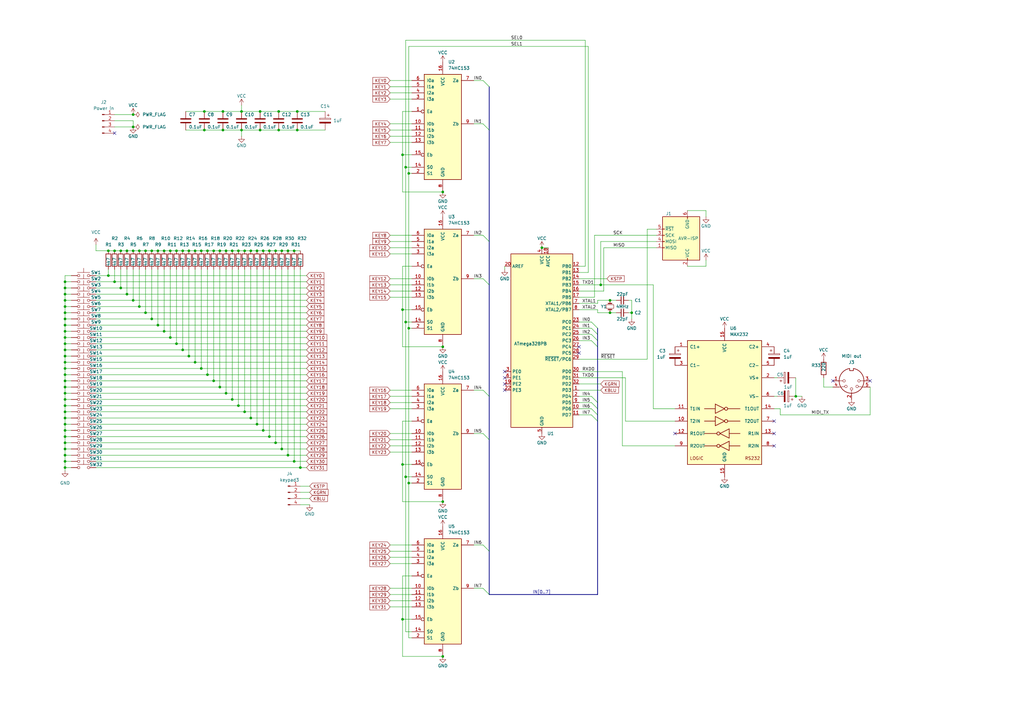
<source format=kicad_sch>
(kicad_sch (version 20230121) (generator eeschema)
  (paper "A3")
  (junction (at 52.07 102.87))
  (junction (at 95.25 102.87))
  (junction (at 115.57 184.15))
  (junction (at 26.67 140.97))
  (junction (at 115.57 102.87))
  (junction (at 90.17 102.87))
  (junction (at 99.06 53.34))
  (junction (at 82.55 151.13))
  (junction (at 26.67 123.19))
  (junction (at 26.67 151.13))
  (junction (at 110.49 179.07))
  (junction (at 165.1 190.5))
  (junction (at 165.1 254))
  (junction (at 26.67 156.21))
  (junction (at 46.99 115.57))
  (junction (at 110.49 102.87))
  (junction (at 54.61 123.19))
  (junction (at 107.95 176.53))
  (junction (at 90.17 158.75))
  (junction (at 121.92 53.34))
  (junction (at 250.19 128.27))
  (junction (at 64.77 133.35))
  (junction (at 167.64 134.62))
  (junction (at 80.01 148.59))
  (junction (at 69.85 102.87))
  (junction (at 121.92 45.72))
  (junction (at 85.09 153.67))
  (junction (at 26.67 171.45))
  (junction (at 26.67 163.83))
  (junction (at 44.45 113.03))
  (junction (at 77.47 102.87))
  (junction (at 59.69 102.87))
  (junction (at 74.93 143.51))
  (junction (at 26.67 146.05))
  (junction (at 120.65 189.23))
  (junction (at 167.64 71.12))
  (junction (at 72.39 102.87))
  (junction (at 123.19 191.77))
  (junction (at 85.09 102.87))
  (junction (at 26.67 191.77))
  (junction (at 26.67 148.59))
  (junction (at 95.25 163.83))
  (junction (at 26.67 181.61))
  (junction (at 246.38 116.84))
  (junction (at 26.67 189.23))
  (junction (at 26.67 128.27))
  (junction (at 87.63 102.87))
  (junction (at 250.19 123.19))
  (junction (at 72.39 140.97))
  (junction (at 222.25 101.6))
  (junction (at 105.41 102.87))
  (junction (at 166.37 68.58))
  (junction (at 102.87 102.87))
  (junction (at 77.47 146.05))
  (junction (at 62.23 102.87))
  (junction (at 82.55 102.87))
  (junction (at 44.45 102.87))
  (junction (at 69.85 138.43))
  (junction (at 181.61 78.74))
  (junction (at 259.08 128.27))
  (junction (at 62.23 130.81))
  (junction (at 26.67 133.35))
  (junction (at 26.67 179.07))
  (junction (at 26.67 130.81))
  (junction (at 54.61 46.99))
  (junction (at 80.01 102.87))
  (junction (at 181.61 205.74))
  (junction (at 113.03 102.87))
  (junction (at 26.67 176.53))
  (junction (at 118.11 186.69))
  (junction (at 114.3 53.34))
  (junction (at 57.15 102.87))
  (junction (at 105.41 173.99))
  (junction (at 92.71 102.87))
  (junction (at 26.67 158.75))
  (junction (at 166.37 195.58))
  (junction (at 87.63 156.21))
  (junction (at 166.37 132.08))
  (junction (at 54.61 52.07))
  (junction (at 64.77 102.87))
  (junction (at 120.65 102.87))
  (junction (at 26.67 184.15))
  (junction (at 102.87 171.45))
  (junction (at 167.64 198.12))
  (junction (at 26.67 186.69))
  (junction (at 91.44 45.72))
  (junction (at 26.67 135.89))
  (junction (at 100.33 102.87))
  (junction (at 49.53 118.11))
  (junction (at 26.67 115.57))
  (junction (at 97.79 166.37))
  (junction (at 326.39 162.56))
  (junction (at 46.99 102.87))
  (junction (at 52.07 120.65))
  (junction (at 114.3 45.72))
  (junction (at 83.82 45.72))
  (junction (at 49.53 102.87))
  (junction (at 26.67 120.65))
  (junction (at 181.61 269.24))
  (junction (at 113.03 181.61))
  (junction (at 83.82 53.34))
  (junction (at 26.67 161.29))
  (junction (at 181.61 142.24))
  (junction (at 99.06 45.72))
  (junction (at 92.71 161.29))
  (junction (at 67.31 135.89))
  (junction (at 165.1 63.5))
  (junction (at 57.15 125.73))
  (junction (at 59.69 128.27))
  (junction (at 26.67 173.99))
  (junction (at 26.67 118.11))
  (junction (at 26.67 166.37))
  (junction (at 26.67 143.51))
  (junction (at 67.31 102.87))
  (junction (at 74.93 102.87))
  (junction (at 165.1 127))
  (junction (at 54.61 102.87))
  (junction (at 26.67 153.67))
  (junction (at 106.68 53.34))
  (junction (at 26.67 168.91))
  (junction (at 26.67 125.73))
  (junction (at 100.33 168.91))
  (junction (at 97.79 102.87))
  (junction (at 26.67 138.43))
  (junction (at 107.95 102.87))
  (junction (at 118.11 102.87))
  (junction (at 106.68 45.72))
  (junction (at 91.44 53.34))
  (no_connect (at 207.01 160.02))
  (no_connect (at 46.99 54.61))
  (no_connect (at 317.5 182.88))
  (no_connect (at 207.01 157.48))
  (no_connect (at 276.86 177.8))
  (no_connect (at 341.63 156.21))
  (no_connect (at 207.01 154.94))
  (no_connect (at 207.01 152.4))
  (no_connect (at 237.49 142.24))
  (no_connect (at 356.87 156.21))
  (no_connect (at 237.49 144.78))
  (no_connect (at 317.5 172.72))
  (no_connect (at 317.5 177.8))
  (bus_entry (at 242.57 139.7) (size 2.54 2.54))
  (bus_entry (at 198.12 177.8) (size 2.54 2.54))
  (bus_entry (at 198.12 223.52) (size 2.54 2.54))
  (bus_entry (at 242.57 170.18) (size 2.54 2.54))
  (bus_entry (at 198.12 33.02) (size 2.54 2.54))
  (bus_entry (at 242.57 134.62) (size 2.54 2.54))
  (bus_entry (at 242.57 162.56) (size 2.54 2.54))
  (bus_entry (at 198.12 160.02) (size 2.54 2.54))
  (bus_entry (at 242.57 165.1) (size 2.54 2.54))
  (bus_entry (at 242.57 137.16) (size 2.54 2.54))
  (bus_entry (at 242.57 132.08) (size 2.54 2.54))
  (bus_entry (at 198.12 241.3) (size 2.54 2.54))
  (bus_entry (at 198.12 114.3) (size 2.54 2.54))
  (bus_entry (at 242.57 167.64) (size 2.54 2.54))
  (bus_entry (at 198.12 96.52) (size 2.54 2.54))
  (bus_entry (at 198.12 50.8) (size 2.54 2.54))
  (wire (pts (xy 76.2 53.34) (xy 83.82 53.34)))
  (wire (pts (xy 160.02 119.38) (xy 168.91 119.38)))
  (wire (pts (xy 160.02 167.64) (xy 168.91 167.64)))
  (wire (pts (xy 160.02 228.6) (xy 168.91 228.6)))
  (wire (pts (xy 160.02 50.8) (xy 168.91 50.8)))
  (wire (pts (xy 95.25 163.83) (xy 125.73 163.83)))
  (wire (pts (xy 160.02 55.88) (xy 168.91 55.88)))
  (wire (pts (xy 46.99 46.99) (xy 54.61 46.99)))
  (wire (pts (xy 95.25 102.87) (xy 92.71 102.87)))
  (wire (pts (xy 26.67 179.07) (xy 29.21 179.07)))
  (wire (pts (xy 26.67 138.43) (xy 26.67 140.97)))
  (wire (pts (xy 26.67 171.45) (xy 26.67 173.99)))
  (wire (pts (xy 26.67 163.83) (xy 26.67 166.37)))
  (wire (pts (xy 246.38 116.84) (xy 267.97 116.84)))
  (wire (pts (xy 26.67 138.43) (xy 29.21 138.43)))
  (wire (pts (xy 26.67 146.05) (xy 26.67 148.59)))
  (wire (pts (xy 26.67 115.57) (xy 29.21 115.57)))
  (wire (pts (xy 26.67 168.91) (xy 26.67 171.45)))
  (wire (pts (xy 160.02 226.06) (xy 168.91 226.06)))
  (wire (pts (xy 222.25 101.6) (xy 224.79 101.6)))
  (wire (pts (xy 237.49 132.08) (xy 242.57 132.08)))
  (wire (pts (xy 120.65 102.87) (xy 118.11 102.87)))
  (wire (pts (xy 26.67 184.15) (xy 29.21 184.15)))
  (wire (pts (xy 105.41 173.99) (xy 125.73 173.99)))
  (wire (pts (xy 160.02 248.92) (xy 168.91 248.92)))
  (wire (pts (xy 120.65 189.23) (xy 125.73 189.23)))
  (wire (pts (xy 237.49 116.84) (xy 246.38 116.84)))
  (wire (pts (xy 26.67 166.37) (xy 26.67 168.91)))
  (wire (pts (xy 160.02 185.42) (xy 168.91 185.42)))
  (wire (pts (xy 90.17 110.49) (xy 90.17 158.75)))
  (wire (pts (xy 166.37 132.08) (xy 166.37 195.58)))
  (wire (pts (xy 160.02 160.02) (xy 168.91 160.02)))
  (wire (pts (xy 255.27 152.4) (xy 255.27 182.88)))
  (wire (pts (xy 26.67 191.77) (xy 26.67 193.04)))
  (wire (pts (xy 165.1 269.24) (xy 165.1 254)))
  (wire (pts (xy 100.33 110.49) (xy 100.33 168.91)))
  (wire (pts (xy 160.02 40.64) (xy 168.91 40.64)))
  (wire (pts (xy 259.08 123.19) (xy 259.08 128.27)))
  (wire (pts (xy 160.02 58.42) (xy 168.91 58.42)))
  (wire (pts (xy 26.67 173.99) (xy 29.21 173.99)))
  (wire (pts (xy 92.71 110.49) (xy 92.71 161.29)))
  (wire (pts (xy 194.31 160.02) (xy 198.12 160.02)))
  (wire (pts (xy 64.77 133.35) (xy 125.73 133.35)))
  (wire (pts (xy 100.33 168.91) (xy 125.73 168.91)))
  (wire (pts (xy 77.47 110.49) (xy 77.47 146.05)))
  (wire (pts (xy 95.25 110.49) (xy 95.25 163.83)))
  (wire (pts (xy 97.79 166.37) (xy 125.73 166.37)))
  (wire (pts (xy 247.65 101.6) (xy 269.24 101.6)))
  (wire (pts (xy 39.37 176.53) (xy 107.95 176.53)))
  (wire (pts (xy 39.37 179.07) (xy 110.49 179.07)))
  (wire (pts (xy 49.53 118.11) (xy 125.73 118.11)))
  (wire (pts (xy 102.87 171.45) (xy 125.73 171.45)))
  (wire (pts (xy 26.67 120.65) (xy 26.67 123.19)))
  (wire (pts (xy 247.65 119.38) (xy 247.65 101.6)))
  (wire (pts (xy 194.31 223.52) (xy 198.12 223.52)))
  (wire (pts (xy 26.67 148.59) (xy 29.21 148.59)))
  (wire (pts (xy 160.02 241.3) (xy 168.91 241.3)))
  (wire (pts (xy 181.61 269.24) (xy 165.1 269.24)))
  (wire (pts (xy 267.97 167.64) (xy 276.86 167.64)))
  (wire (pts (xy 44.45 102.87) (xy 39.37 102.87)))
  (wire (pts (xy 54.61 49.53) (xy 54.61 52.07)))
  (wire (pts (xy 26.67 133.35) (xy 29.21 133.35)))
  (wire (pts (xy 46.99 102.87) (xy 44.45 102.87)))
  (wire (pts (xy 39.37 100.33) (xy 39.37 102.87)))
  (wire (pts (xy 83.82 45.72) (xy 91.44 45.72)))
  (wire (pts (xy 83.82 53.34) (xy 91.44 53.34)))
  (wire (pts (xy 77.47 102.87) (xy 74.93 102.87)))
  (wire (pts (xy 167.64 134.62) (xy 167.64 71.12)))
  (wire (pts (xy 26.67 161.29) (xy 26.67 163.83)))
  (wire (pts (xy 59.69 110.49) (xy 59.69 128.27)))
  (wire (pts (xy 39.37 123.19) (xy 54.61 123.19)))
  (wire (pts (xy 257.81 128.27) (xy 259.08 128.27)))
  (wire (pts (xy 326.39 162.56) (xy 328.93 162.56)))
  (wire (pts (xy 106.68 45.72) (xy 114.3 45.72)))
  (wire (pts (xy 237.49 170.18) (xy 242.57 170.18)))
  (wire (pts (xy 240.03 16.51) (xy 166.37 16.51)))
  (wire (pts (xy 46.99 115.57) (xy 125.73 115.57)))
  (wire (pts (xy 107.95 176.53) (xy 125.73 176.53)))
  (wire (pts (xy 99.06 43.18) (xy 99.06 45.72)))
  (wire (pts (xy 26.67 148.59) (xy 26.67 151.13)))
  (wire (pts (xy 165.1 45.72) (xy 168.91 45.72)))
  (wire (pts (xy 46.99 49.53) (xy 54.61 49.53)))
  (wire (pts (xy 49.53 102.87) (xy 46.99 102.87)))
  (wire (pts (xy 265.43 93.98) (xy 269.24 93.98)))
  (bus (pts (xy 200.66 53.34) (xy 200.66 99.06)))
  (wire (pts (xy 26.67 176.53) (xy 26.67 179.07)))
  (wire (pts (xy 317.5 167.64) (xy 320.04 167.64)))
  (wire (pts (xy 118.11 186.69) (xy 125.73 186.69)))
  (wire (pts (xy 337.82 158.75) (xy 341.63 158.75)))
  (wire (pts (xy 167.64 71.12) (xy 168.91 71.12)))
  (wire (pts (xy 160.02 182.88) (xy 168.91 182.88)))
  (wire (pts (xy 26.67 128.27) (xy 26.67 130.81)))
  (wire (pts (xy 105.41 110.49) (xy 105.41 173.99)))
  (wire (pts (xy 237.49 147.32) (xy 265.43 147.32)))
  (wire (pts (xy 289.56 86.36) (xy 281.94 86.36)))
  (wire (pts (xy 165.1 142.24) (xy 165.1 127)))
  (wire (pts (xy 256.54 172.72) (xy 276.86 172.72)))
  (wire (pts (xy 160.02 33.02) (xy 168.91 33.02)))
  (wire (pts (xy 91.44 53.34) (xy 99.06 53.34)))
  (wire (pts (xy 26.67 130.81) (xy 26.67 133.35)))
  (wire (pts (xy 44.45 113.03) (xy 125.73 113.03)))
  (wire (pts (xy 26.67 151.13) (xy 29.21 151.13)))
  (wire (pts (xy 52.07 102.87) (xy 49.53 102.87)))
  (wire (pts (xy 102.87 110.49) (xy 102.87 171.45)))
  (wire (pts (xy 76.2 45.72) (xy 83.82 45.72)))
  (wire (pts (xy 72.39 140.97) (xy 125.73 140.97)))
  (wire (pts (xy 113.03 102.87) (xy 110.49 102.87)))
  (wire (pts (xy 243.84 121.92) (xy 243.84 96.52)))
  (wire (pts (xy 237.49 127) (xy 245.11 127)))
  (wire (pts (xy 26.67 151.13) (xy 26.67 153.67)))
  (wire (pts (xy 85.09 102.87) (xy 82.55 102.87)))
  (wire (pts (xy 92.71 161.29) (xy 125.73 161.29)))
  (wire (pts (xy 127 207.01) (xy 123.19 207.01)))
  (wire (pts (xy 39.37 140.97) (xy 72.39 140.97)))
  (wire (pts (xy 74.93 143.51) (xy 125.73 143.51)))
  (wire (pts (xy 57.15 110.49) (xy 57.15 125.73)))
  (wire (pts (xy 26.67 166.37) (xy 29.21 166.37)))
  (wire (pts (xy 26.67 118.11) (xy 29.21 118.11)))
  (wire (pts (xy 26.67 125.73) (xy 29.21 125.73)))
  (wire (pts (xy 194.31 114.3) (xy 198.12 114.3)))
  (wire (pts (xy 237.49 121.92) (xy 243.84 121.92)))
  (wire (pts (xy 39.37 125.73) (xy 57.15 125.73)))
  (wire (pts (xy 39.37 186.69) (xy 118.11 186.69)))
  (wire (pts (xy 62.23 130.81) (xy 125.73 130.81)))
  (wire (pts (xy 160.02 101.6) (xy 168.91 101.6)))
  (wire (pts (xy 123.19 110.49) (xy 123.19 191.77)))
  (wire (pts (xy 166.37 195.58) (xy 166.37 259.08)))
  (wire (pts (xy 85.09 153.67) (xy 125.73 153.67)))
  (wire (pts (xy 181.61 142.24) (xy 165.1 142.24)))
  (wire (pts (xy 160.02 231.14) (xy 168.91 231.14)))
  (wire (pts (xy 181.61 78.74) (xy 165.1 78.74)))
  (wire (pts (xy 26.67 113.03) (xy 26.67 115.57)))
  (wire (pts (xy 165.1 78.74) (xy 165.1 63.5)))
  (wire (pts (xy 118.11 102.87) (xy 115.57 102.87)))
  (wire (pts (xy 194.31 50.8) (xy 198.12 50.8)))
  (wire (pts (xy 64.77 110.49) (xy 64.77 133.35)))
  (wire (pts (xy 52.07 120.65) (xy 125.73 120.65)))
  (wire (pts (xy 113.03 110.49) (xy 113.03 181.61)))
  (wire (pts (xy 123.19 102.87) (xy 120.65 102.87)))
  (bus (pts (xy 200.66 99.06) (xy 200.66 116.84)))
  (wire (pts (xy 26.67 179.07) (xy 26.67 181.61)))
  (wire (pts (xy 26.67 123.19) (xy 29.21 123.19)))
  (wire (pts (xy 160.02 96.52) (xy 168.91 96.52)))
  (wire (pts (xy 26.67 189.23) (xy 26.67 191.77)))
  (bus (pts (xy 200.66 180.34) (xy 200.66 226.06)))
  (wire (pts (xy 26.67 128.27) (xy 29.21 128.27)))
  (wire (pts (xy 250.19 128.27) (xy 252.73 128.27)))
  (wire (pts (xy 246.38 157.48) (xy 237.49 157.48)))
  (wire (pts (xy 165.1 127) (xy 165.1 109.22)))
  (wire (pts (xy 26.67 191.77) (xy 29.21 191.77)))
  (bus (pts (xy 200.66 226.06) (xy 200.66 243.84)))
  (wire (pts (xy 114.3 45.72) (xy 121.92 45.72)))
  (wire (pts (xy 105.41 102.87) (xy 102.87 102.87)))
  (wire (pts (xy 26.67 146.05) (xy 29.21 146.05)))
  (wire (pts (xy 110.49 179.07) (xy 125.73 179.07)))
  (wire (pts (xy 39.37 184.15) (xy 115.57 184.15)))
  (wire (pts (xy 26.67 184.15) (xy 26.67 186.69)))
  (wire (pts (xy 39.37 113.03) (xy 44.45 113.03)))
  (wire (pts (xy 160.02 223.52) (xy 168.91 223.52)))
  (wire (pts (xy 267.97 116.84) (xy 267.97 167.64)))
  (wire (pts (xy 90.17 102.87) (xy 87.63 102.87)))
  (wire (pts (xy 49.53 110.49) (xy 49.53 118.11)))
  (wire (pts (xy 166.37 195.58) (xy 168.91 195.58)))
  (wire (pts (xy 39.37 158.75) (xy 90.17 158.75)))
  (wire (pts (xy 320.04 170.18) (xy 356.87 170.18)))
  (wire (pts (xy 123.19 201.93) (xy 127 201.93)))
  (wire (pts (xy 165.1 205.74) (xy 165.1 190.5)))
  (wire (pts (xy 245.11 128.27) (xy 250.19 128.27)))
  (wire (pts (xy 26.67 143.51) (xy 26.67 146.05)))
  (wire (pts (xy 265.43 147.32) (xy 265.43 93.98)))
  (wire (pts (xy 123.19 191.77) (xy 125.73 191.77)))
  (wire (pts (xy 289.56 106.68) (xy 289.56 109.22)))
  (wire (pts (xy 246.38 99.06) (xy 269.24 99.06)))
  (wire (pts (xy 237.49 165.1) (xy 242.57 165.1)))
  (wire (pts (xy 240.03 109.22) (xy 240.03 16.51)))
  (wire (pts (xy 121.92 45.72) (xy 133.35 45.72)))
  (wire (pts (xy 26.67 156.21) (xy 29.21 156.21)))
  (wire (pts (xy 26.67 120.65) (xy 29.21 120.65)))
  (wire (pts (xy 160.02 180.34) (xy 168.91 180.34)))
  (wire (pts (xy 64.77 102.87) (xy 62.23 102.87)))
  (wire (pts (xy 99.06 45.72) (xy 106.68 45.72)))
  (wire (pts (xy 62.23 110.49) (xy 62.23 130.81)))
  (wire (pts (xy 91.44 45.72) (xy 99.06 45.72)))
  (wire (pts (xy 39.37 168.91) (xy 100.33 168.91)))
  (wire (pts (xy 107.95 110.49) (xy 107.95 176.53)))
  (bus (pts (xy 245.11 167.64) (xy 245.11 170.18)))
  (wire (pts (xy 160.02 243.84) (xy 168.91 243.84)))
  (wire (pts (xy 39.37 161.29) (xy 92.71 161.29)))
  (wire (pts (xy 120.65 110.49) (xy 120.65 189.23)))
  (wire (pts (xy 123.19 204.47) (xy 127 204.47)))
  (wire (pts (xy 160.02 38.1) (xy 168.91 38.1)))
  (wire (pts (xy 46.99 110.49) (xy 46.99 115.57)))
  (wire (pts (xy 26.67 173.99) (xy 26.67 176.53)))
  (wire (pts (xy 237.49 154.94) (xy 256.54 154.94)))
  (wire (pts (xy 165.1 254) (xy 165.1 236.22)))
  (wire (pts (xy 168.91 261.62) (xy 167.64 261.62)))
  (wire (pts (xy 160.02 114.3) (xy 168.91 114.3)))
  (wire (pts (xy 69.85 110.49) (xy 69.85 138.43)))
  (wire (pts (xy 26.67 186.69) (xy 29.21 186.69)))
  (bus (pts (xy 200.66 116.84) (xy 200.66 162.56)))
  (wire (pts (xy 54.61 110.49) (xy 54.61 123.19)))
  (wire (pts (xy 245.11 124.46) (xy 245.11 123.19)))
  (wire (pts (xy 39.37 171.45) (xy 102.87 171.45)))
  (wire (pts (xy 237.49 139.7) (xy 242.57 139.7)))
  (wire (pts (xy 67.31 135.89) (xy 125.73 135.89)))
  (wire (pts (xy 166.37 16.51) (xy 166.37 68.58)))
  (wire (pts (xy 39.37 143.51) (xy 74.93 143.51)))
  (wire (pts (xy 167.64 261.62) (xy 167.64 198.12)))
  (wire (pts (xy 26.67 181.61) (xy 29.21 181.61)))
  (wire (pts (xy 194.31 33.02) (xy 198.12 33.02)))
  (wire (pts (xy 100.33 102.87) (xy 97.79 102.87)))
  (wire (pts (xy 39.37 133.35) (xy 64.77 133.35)))
  (wire (pts (xy 160.02 162.56) (xy 168.91 162.56)))
  (wire (pts (xy 110.49 102.87) (xy 107.95 102.87)))
  (wire (pts (xy 326.39 154.94) (xy 326.39 162.56)))
  (wire (pts (xy 39.37 138.43) (xy 69.85 138.43)))
  (wire (pts (xy 194.31 96.52) (xy 198.12 96.52)))
  (wire (pts (xy 85.09 110.49) (xy 85.09 153.67)))
  (wire (pts (xy 167.64 19.05) (xy 167.64 71.12)))
  (wire (pts (xy 289.56 88.9) (xy 289.56 86.36)))
  (wire (pts (xy 166.37 68.58) (xy 166.37 132.08)))
  (wire (pts (xy 26.67 163.83) (xy 29.21 163.83)))
  (wire (pts (xy 26.67 133.35) (xy 26.67 135.89)))
  (bus (pts (xy 245.11 137.16) (xy 245.11 139.7)))
  (wire (pts (xy 57.15 125.73) (xy 125.73 125.73)))
  (wire (pts (xy 26.67 123.19) (xy 26.67 125.73)))
  (wire (pts (xy 52.07 110.49) (xy 52.07 120.65)))
  (wire (pts (xy 165.1 236.22) (xy 168.91 236.22)))
  (wire (pts (xy 237.49 119.38) (xy 247.65 119.38)))
  (wire (pts (xy 26.67 181.61) (xy 26.67 184.15)))
  (wire (pts (xy 26.67 135.89) (xy 26.67 138.43)))
  (wire (pts (xy 26.67 158.75) (xy 29.21 158.75)))
  (wire (pts (xy 160.02 116.84) (xy 168.91 116.84)))
  (wire (pts (xy 26.67 135.89) (xy 29.21 135.89)))
  (wire (pts (xy 39.37 120.65) (xy 52.07 120.65)))
  (wire (pts (xy 90.17 158.75) (xy 125.73 158.75)))
  (wire (pts (xy 320.04 167.64) (xy 320.04 170.18)))
  (wire (pts (xy 107.95 102.87) (xy 105.41 102.87)))
  (wire (pts (xy 317.5 154.94) (xy 318.77 154.94)))
  (wire (pts (xy 39.37 153.67) (xy 85.09 153.67)))
  (wire (pts (xy 82.55 102.87) (xy 80.01 102.87)))
  (wire (pts (xy 54.61 123.19) (xy 125.73 123.19)))
  (wire (pts (xy 160.02 53.34) (xy 168.91 53.34)))
  (bus (pts (xy 245.11 134.62) (xy 245.11 137.16)))
  (wire (pts (xy 69.85 138.43) (xy 125.73 138.43)))
  (wire (pts (xy 77.47 146.05) (xy 125.73 146.05)))
  (wire (pts (xy 99.06 53.34) (xy 99.06 55.88)))
  (wire (pts (xy 160.02 99.06) (xy 168.91 99.06)))
  (wire (pts (xy 74.93 102.87) (xy 72.39 102.87)))
  (wire (pts (xy 246.38 116.84) (xy 246.38 99.06)))
  (wire (pts (xy 115.57 110.49) (xy 115.57 184.15)))
  (wire (pts (xy 115.57 102.87) (xy 113.03 102.87)))
  (wire (pts (xy 356.87 170.18) (xy 356.87 158.75)))
  (wire (pts (xy 67.31 102.87) (xy 64.77 102.87)))
  (wire (pts (xy 113.03 181.61) (xy 125.73 181.61)))
  (wire (pts (xy 246.38 160.02) (xy 237.49 160.02)))
  (wire (pts (xy 255.27 182.88) (xy 276.86 182.88)))
  (wire (pts (xy 39.37 128.27) (xy 59.69 128.27)))
  (wire (pts (xy 26.67 125.73) (xy 26.67 128.27)))
  (wire (pts (xy 69.85 102.87) (xy 67.31 102.87)))
  (wire (pts (xy 165.1 190.5) (xy 168.91 190.5)))
  (wire (pts (xy 241.3 111.76) (xy 241.3 19.05)))
  (wire (pts (xy 44.45 110.49) (xy 44.45 113.03)))
  (wire (pts (xy 257.81 123.19) (xy 259.08 123.19)))
  (wire (pts (xy 39.37 189.23) (xy 120.65 189.23)))
  (wire (pts (xy 250.19 123.19) (xy 252.73 123.19)))
  (wire (pts (xy 165.1 63.5) (xy 168.91 63.5)))
  (wire (pts (xy 167.64 198.12) (xy 167.64 134.62)))
  (wire (pts (xy 237.49 137.16) (xy 242.57 137.16)))
  (wire (pts (xy 115.57 184.15) (xy 125.73 184.15)))
  (wire (pts (xy 118.11 110.49) (xy 118.11 186.69)))
  (wire (pts (xy 237.49 109.22) (xy 240.03 109.22)))
  (wire (pts (xy 26.67 115.57) (xy 26.67 118.11)))
  (wire (pts (xy 237.49 162.56) (xy 242.57 162.56)))
  (wire (pts (xy 289.56 109.22) (xy 281.94 109.22)))
  (wire (pts (xy 160.02 177.8) (xy 168.91 177.8)))
  (wire (pts (xy 165.1 127) (xy 168.91 127)))
  (wire (pts (xy 26.67 130.81) (xy 29.21 130.81)))
  (wire (pts (xy 59.69 102.87) (xy 57.15 102.87)))
  (wire (pts (xy 26.67 113.03) (xy 29.21 113.03)))
  (wire (pts (xy 54.61 102.87) (xy 52.07 102.87)))
  (wire (pts (xy 102.87 102.87) (xy 100.33 102.87)))
  (wire (pts (xy 26.67 158.75) (xy 26.67 161.29)))
  (wire (pts (xy 39.37 130.81) (xy 62.23 130.81)))
  (wire (pts (xy 59.69 128.27) (xy 125.73 128.27)))
  (wire (pts (xy 46.99 52.07) (xy 54.61 52.07)))
  (bus (pts (xy 245.11 165.1) (xy 245.11 167.64)))
  (wire (pts (xy 74.93 110.49) (xy 74.93 143.51)))
  (wire (pts (xy 256.54 154.94) (xy 256.54 172.72)))
  (wire (pts (xy 57.15 102.87) (xy 54.61 102.87)))
  (wire (pts (xy 166.37 259.08) (xy 168.91 259.08)))
  (wire (pts (xy 39.37 151.13) (xy 82.55 151.13)))
  (wire (pts (xy 165.1 190.5) (xy 165.1 172.72)))
  (wire (pts (xy 26.67 118.11) (xy 26.67 120.65)))
  (wire (pts (xy 317.5 162.56) (xy 318.77 162.56)))
  (wire (pts (xy 87.63 156.21) (xy 125.73 156.21)))
  (wire (pts (xy 165.1 109.22) (xy 168.91 109.22)))
  (bus (pts (xy 245.11 170.18) (xy 245.11 172.72)))
  (wire (pts (xy 67.31 110.49) (xy 67.31 135.89)))
  (wire (pts (xy 39.37 191.77) (xy 123.19 191.77)))
  (bus (pts (xy 245.11 139.7) (xy 245.11 142.24)))
  (wire (pts (xy 237.49 124.46) (xy 245.11 124.46)))
  (wire (pts (xy 72.39 102.87) (xy 69.85 102.87)))
  (wire (pts (xy 237.49 167.64) (xy 242.57 167.64)))
  (wire (pts (xy 26.67 186.69) (xy 26.67 189.23)))
  (wire (pts (xy 39.37 118.11) (xy 49.53 118.11)))
  (wire (pts (xy 337.82 154.94) (xy 337.82 158.75)))
  (wire (pts (xy 87.63 110.49) (xy 87.63 156.21)))
  (wire (pts (xy 97.79 110.49) (xy 97.79 166.37)))
  (wire (pts (xy 160.02 246.38) (xy 168.91 246.38)))
  (wire (pts (xy 237.49 134.62) (xy 242.57 134.62)))
  (wire (pts (xy 26.67 153.67) (xy 26.67 156.21)))
  (wire (pts (xy 26.67 140.97) (xy 29.21 140.97)))
  (wire (pts (xy 160.02 165.1) (xy 168.91 165.1)))
  (wire (pts (xy 194.31 241.3) (xy 198.12 241.3)))
  (bus (pts (xy 200.66 162.56) (xy 200.66 180.34)))
  (wire (pts (xy 39.37 146.05) (xy 77.47 146.05)))
  (wire (pts (xy 237.49 111.76) (xy 241.3 111.76)))
  (bus (pts (xy 200.66 35.56) (xy 200.66 53.34)))
  (wire (pts (xy 26.67 153.67) (xy 29.21 153.67)))
  (wire (pts (xy 165.1 63.5) (xy 165.1 45.72)))
  (wire (pts (xy 245.11 127) (xy 245.11 128.27)))
  (wire (pts (xy 194.31 177.8) (xy 198.12 177.8)))
  (wire (pts (xy 160.02 35.56) (xy 168.91 35.56)))
  (wire (pts (xy 99.06 53.34) (xy 106.68 53.34)))
  (wire (pts (xy 26.67 171.45) (xy 29.21 171.45)))
  (wire (pts (xy 80.01 148.59) (xy 125.73 148.59)))
  (wire (pts (xy 110.49 110.49) (xy 110.49 179.07)))
  (wire (pts (xy 92.71 102.87) (xy 90.17 102.87)))
  (wire (pts (xy 26.67 189.23) (xy 29.21 189.23)))
  (wire (pts (xy 166.37 132.08) (xy 168.91 132.08)))
  (wire (pts (xy 87.63 102.87) (xy 85.09 102.87)))
  (wire (pts (xy 26.67 156.21) (xy 26.67 158.75)))
  (wire (pts (xy 168.91 68.58) (xy 166.37 68.58)))
  (wire (pts (xy 241.3 19.05) (xy 167.64 19.05)))
  (wire (pts (xy 237.49 152.4) (xy 255.27 152.4)))
  (wire (pts (xy 39.37 181.61) (xy 113.03 181.61)))
  (wire (pts (xy 181.61 205.74) (xy 165.1 205.74)))
  (bus (pts (xy 245.11 142.24) (xy 245.11 165.1)))
  (wire (pts (xy 39.37 148.59) (xy 80.01 148.59)))
  (wire (pts (xy 167.64 198.12) (xy 168.91 198.12)))
  (wire (pts (xy 26.67 168.91) (xy 29.21 168.91)))
  (wire (pts (xy 123.19 199.39) (xy 127 199.39)))
  (wire (pts (xy 39.37 115.57) (xy 46.99 115.57)))
  (bus (pts (xy 200.66 243.84) (xy 245.11 243.84)))
  (wire (pts (xy 114.3 53.34) (xy 121.92 53.34)))
  (wire (pts (xy 106.68 53.34) (xy 114.3 53.34)))
  (wire (pts (xy 39.37 173.99) (xy 105.41 173.99)))
  (wire (pts (xy 121.92 53.34) (xy 133.35 53.34)))
  (wire (pts (xy 26.67 176.53) (xy 29.21 176.53)))
  (wire (pts (xy 248.92 114.3) (xy 237.49 114.3)))
  (wire (pts (xy 39.37 166.37) (xy 97.79 166.37)))
  (wire (pts (xy 160.02 121.92) (xy 168.91 121.92)))
  (wire (pts (xy 26.67 143.51) (xy 29.21 143.51)))
  (wire (pts (xy 62.23 102.87) (xy 59.69 102.87)))
  (wire (pts (xy 243.84 96.52) (xy 269.24 96.52)))
  (wire (pts (xy 26.67 140.97) (xy 26.67 143.51)))
  (wire (pts (xy 26.67 161.29) (xy 29.21 161.29)))
  (wire (pts (xy 167.64 134.62) (xy 168.91 134.62)))
  (wire (pts (xy 165.1 254) (xy 168.91 254)))
  (wire (pts (xy 259.08 128.27) (xy 259.08 130.81)))
  (wire (pts (xy 39.37 156.21) (xy 87.63 156.21)))
  (wire (pts (xy 97.79 102.87) (xy 95.25 102.87)))
  (wire (pts (xy 80.01 102.87) (xy 77.47 102.87)))
  (wire (pts (xy 80.01 110.49) (xy 80.01 148.59)))
  (bus (pts (xy 245.11 172.72) (xy 245.11 243.84)))
  (wire (pts (xy 72.39 110.49) (xy 72.39 140.97)))
  (wire (pts (xy 82.55 110.49) (xy 82.55 151.13)))
  (wire (pts (xy 160.02 104.14) (xy 168.91 104.14)))
  (wire (pts (xy 245.11 123.19) (xy 250.19 123.19)))
  (wire (pts (xy 207.01 109.22) (xy 207.01 110.49)))
  (wire (pts (xy 39.37 135.89) (xy 67.31 135.89)))
  (wire (pts (xy 39.37 163.83) (xy 95.25 163.83)))
  (wire (pts (xy 82.55 151.13) (xy 125.73 151.13)))
  (wire (pts (xy 165.1 172.72) (xy 168.91 172.72)))
  (label "SEL1" (at 209.55 19.05 0))
  (label "IN2" (at 194.31 96.52 0))
  (label "IN1" (at 194.31 50.8 0))
  (label "IN7" (at 194.31 241.3 0))
  (label "MISO" (at 251.46 101.6 0))
  (label "IN3" (at 194.31 114.3 0))
  (label "SCK" (at 251.46 96.52 0))
  (label "IN5" (at 194.31 177.8 0))
  (label "XTAL1" (at 238.76 124.46 0))
  (label "IN0" (at 194.31 33.02 0))
  (label "~{RESET}" (at 246.38 147.32 0))
  (label "IN6" (at 238.76 167.64 0))
  (label "IN0" (at 238.76 132.08 0))
  (label "SEL0" (at 209.55 16.51 0))
  (label "IN3" (at 238.76 139.7 0))
  (label "TXD0" (at 238.76 154.94 0))
  (label "MIDI_TX" (at 332.74 170.18 0))
  (label "IN7" (at 238.76 170.18 0))
  (label "IN5" (at 238.76 165.1 0))
  (label "TXD1" (at 238.76 116.84 0))
  (label "IN2" (at 238.76 137.16 0))
  (label "IN[0..7]" (at 218.44 243.84 0))
  (label "IN6" (at 194.31 223.52 0))
  (label "RXD0" (at 238.76 152.4 0))
  (label "IN1" (at 238.76 134.62 0))
  (label "IN4" (at 238.76 162.56 0))
  (label "IN4" (at 194.31 160.02 0))
  (label "XTAL2" (at 238.76 127 0))
  (global_label "KEY12" (shape input) (at 125.73 143.51 0) (property "Intersheetrefs" "${INTERSHEET_REFS}" (effects hide)))
  (global_label "KEY3" (shape input) (at 160.02 40.64 180) (property "Intersheetrefs" "${INTERSHEET_REFS}" (effects hide)))
  (global_label "KEY1" (shape input) (at 125.73 115.57 0) (property "Intersheetrefs" "${INTERSHEET_REFS}" (effects hide)))
  (global_label "KEY26" (shape input) (at 160.02 228.6 180) (property "Intersheetrefs" "${INTERSHEET_REFS}" (effects hide)))
  (global_label "KEY8" (shape input) (at 125.73 133.35 0) (property "Intersheetrefs" "${INTERSHEET_REFS}" (effects hide)))
  (global_label "KEY27" (shape input) (at 125.73 181.61 0) (property "Intersheetrefs" "${INTERSHEET_REFS}" (effects hide)))
  (global_label "KEY23" (shape input) (at 160.02 185.42 180) (property "Intersheetrefs" "${INTERSHEET_REFS}" (effects hide)))
  (global_label "KEY0" (shape input) (at 160.02 33.02 180) (property "Intersheetrefs" "${INTERSHEET_REFS}" (effects hide)))
  (global_label "KEY10" (shape input) (at 160.02 101.6 180) (property "Intersheetrefs" "${INTERSHEET_REFS}" (effects hide)))
  (global_label "KEY14" (shape input) (at 160.02 119.38 180) (property "Intersheetrefs" "${INTERSHEET_REFS}" (effects hide)))
  (global_label "KEY2" (shape input) (at 125.73 118.11 0) (property "Intersheetrefs" "${INTERSHEET_REFS}" (effects hide)))
  (global_label "KBLU" (shape input) (at 246.38 160.02 0) (property "Intersheetrefs" "${INTERSHEET_REFS}" (effects hide)))
  (global_label "KEY29" (shape input) (at 125.73 186.69 0) (property "Intersheetrefs" "${INTERSHEET_REFS}" (effects hide)))
  (global_label "KEY4" (shape input) (at 125.73 123.19 0) (property "Intersheetrefs" "${INTERSHEET_REFS}" (effects hide)))
  (global_label "KSTP" (shape input) (at 127 199.39 0) (property "Intersheetrefs" "${INTERSHEET_REFS}" (effects hide)))
  (global_label "KEY26" (shape input) (at 125.73 179.07 0) (property "Intersheetrefs" "${INTERSHEET_REFS}" (effects hide)))
  (global_label "KEY5" (shape input) (at 160.02 53.34 180) (property "Intersheetrefs" "${INTERSHEET_REFS}" (effects hide)))
  (global_label "KEY19" (shape input) (at 125.73 161.29 0) (property "Intersheetrefs" "${INTERSHEET_REFS}" (effects hide)))
  (global_label "KEY30" (shape input) (at 160.02 246.38 180) (property "Intersheetrefs" "${INTERSHEET_REFS}" (effects hide)))
  (global_label "KEY24" (shape input) (at 160.02 223.52 180) (property "Intersheetrefs" "${INTERSHEET_REFS}" (effects hide)))
  (global_label "KEY5" (shape input) (at 125.73 125.73 0) (property "Intersheetrefs" "${INTERSHEET_REFS}" (effects hide)))
  (global_label "KEY7" (shape input) (at 125.73 130.81 0) (property "Intersheetrefs" "${INTERSHEET_REFS}" (effects hide)))
  (global_label "KEY21" (shape input) (at 125.73 166.37 0) (property "Intersheetrefs" "${INTERSHEET_REFS}" (effects hide)))
  (global_label "KEY0" (shape input) (at 125.73 113.03 0) (property "Intersheetrefs" "${INTERSHEET_REFS}" (effects hide)))
  (global_label "KEY25" (shape input) (at 125.73 176.53 0) (property "Intersheetrefs" "${INTERSHEET_REFS}" (effects hide)))
  (global_label "KGRN" (shape input) (at 246.38 157.48 0) (property "Intersheetrefs" "${INTERSHEET_REFS}" (effects hide)))
  (global_label "KEY23" (shape input) (at 125.73 171.45 0) (property "Intersheetrefs" "${INTERSHEET_REFS}" (effects hide)))
  (global_label "KEY16" (shape input) (at 160.02 160.02 180) (property "Intersheetrefs" "${INTERSHEET_REFS}" (effects hide)))
  (global_label "KEY29" (shape input) (at 160.02 243.84 180) (property "Intersheetrefs" "${INTERSHEET_REFS}" (effects hide)))
  (global_label "KEY3" (shape input) (at 125.73 120.65 0) (property "Intersheetrefs" "${INTERSHEET_REFS}" (effects hide)))
  (global_label "KEY19" (shape input) (at 160.02 167.64 180) (property "Intersheetrefs" "${INTERSHEET_REFS}" (effects hide)))
  (global_label "KEY4" (shape input) (at 160.02 50.8 180) (property "Intersheetrefs" "${INTERSHEET_REFS}" (effects hide)))
  (global_label "KEY11" (shape input) (at 125.73 140.97 0) (property "Intersheetrefs" "${INTERSHEET_REFS}" (effects hide)))
  (global_label "KEY15" (shape input) (at 160.02 121.92 180) (property "Intersheetrefs" "${INTERSHEET_REFS}" (effects hide)))
  (global_label "KEY17" (shape input) (at 160.02 162.56 180) (property "Intersheetrefs" "${INTERSHEET_REFS}" (effects hide)))
  (global_label "KEY13" (shape input) (at 160.02 116.84 180) (property "Intersheetrefs" "${INTERSHEET_REFS}" (effects hide)))
  (global_label "KEY12" (shape input) (at 160.02 114.3 180) (property "Intersheetrefs" "${INTERSHEET_REFS}" (effects hide)))
  (global_label "KEY28" (shape input) (at 125.73 184.15 0) (property "Intersheetrefs" "${INTERSHEET_REFS}" (effects hide)))
  (global_label "KEY27" (shape input) (at 160.02 231.14 180) (property "Intersheetrefs" "${INTERSHEET_REFS}" (effects hide)))
  (global_label "KEY21" (shape input) (at 160.02 180.34 180) (property "Intersheetrefs" "${INTERSHEET_REFS}" (effects hide)))
  (global_label "KEY18" (shape input) (at 160.02 165.1 180) (property "Intersheetrefs" "${INTERSHEET_REFS}" (effects hide)))
  (global_label "KEY2" (shape input) (at 160.02 38.1 180) (property "Intersheetrefs" "${INTERSHEET_REFS}" (effects hide)))
  (global_label "KEY10" (shape input) (at 125.73 138.43 0) (property "Intersheetrefs" "${INTERSHEET_REFS}" (effects hide)))
  (global_label "KEY18" (shape input) (at 125.73 158.75 0) (property "Intersheetrefs" "${INTERSHEET_REFS}" (effects hide)))
  (global_label "KEY7" (shape input) (at 160.02 58.42 180) (property "Intersheetrefs" "${INTERSHEET_REFS}" (effects hide)))
  (global_label "KEY11" (shape input) (at 160.02 104.14 180) (property "Intersheetrefs" "${INTERSHEET_REFS}" (effects hide)))
  (global_label "KEY17" (shape input) (at 125.73 156.21 0) (property "Intersheetrefs" "${INTERSHEET_REFS}" (effects hide)))
  (global_label "KSTP" (shape input) (at 248.92 114.3 0) (property "Intersheetrefs" "${INTERSHEET_REFS}" (effects hide)))
  (global_label "KEY9" (shape input) (at 125.73 135.89 0) (property "Intersheetrefs" "${INTERSHEET_REFS}" (effects hide)))
  (global_label "KEY13" (shape input) (at 125.73 146.05 0) (property "Intersheetrefs" "${INTERSHEET_REFS}" (effects hide)))
  (global_label "KBLU" (shape input) (at 127 204.47 0) (property "Intersheetrefs" "${INTERSHEET_REFS}" (effects hide)))
  (global_label "KEY20" (shape input) (at 125.73 163.83 0) (property "Intersheetrefs" "${INTERSHEET_REFS}" (effects hide)))
  (global_label "KEY16" (shape input) (at 125.73 153.67 0) (property "Intersheetrefs" "${INTERSHEET_REFS}" (effects hide)))
  (global_label "KEY20" (shape input) (at 160.02 177.8 180) (property "Intersheetrefs" "${INTERSHEET_REFS}" (effects hide)))
  (global_label "KEY30" (shape input) (at 125.73 189.23 0) (property "Intersheetrefs" "${INTERSHEET_REFS}" (effects hide)))
  (global_label "KEY22" (shape input) (at 160.02 182.88 180) (property "Intersheetrefs" "${INTERSHEET_REFS}" (effects hide)))
  (global_label "KEY14" (shape input) (at 125.73 148.59 0) (property "Intersheetrefs" "${INTERSHEET_REFS}" (effects hide)))
  (global_label "KEY24" (shape input) (at 125.73 173.99 0) (property "Intersheetrefs" "${INTERSHEET_REFS}" (effects hide)))
  (global_label "KEY6" (shape input) (at 125.73 128.27 0) (property "Intersheetrefs" "${INTERSHEET_REFS}" (effects hide)))
  (global_label "KEY1" (shape input) (at 160.02 35.56 180) (property "Intersheetrefs" "${INTERSHEET_REFS}" (effects hide)))
  (global_label "KEY8" (shape input) (at 160.02 96.52 180) (property "Intersheetrefs" "${INTERSHEET_REFS}" (effects hide)))
  (global_label "KEY31" (shape input) (at 160.02 248.92 180) (property "Intersheetrefs" "${INTERSHEET_REFS}" (effects hide)))
  (global_label "KEY6" (shape input) (at 160.02 55.88 180) (property "Intersheetrefs" "${INTERSHEET_REFS}" (effects hide)))
  (global_label "KEY28" (shape input) (at 160.02 241.3 180) (property "Intersheetrefs" "${INTERSHEET_REFS}" (effects hide)))
  (global_label "KEY25" (shape input) (at 160.02 226.06 180) (property "Intersheetrefs" "${INTERSHEET_REFS}" (effects hide)))
  (global_label "KEY22" (shape input) (at 125.73 168.91 0) (property "Intersheetrefs" "${INTERSHEET_REFS}" (effects hide)))
  (global_label "KEY15" (shape input) (at 125.73 151.13 0) (property "Intersheetrefs" "${INTERSHEET_REFS}" (effects hide)))
  (global_label "KEY9" (shape input) (at 160.02 99.06 180) (property "Intersheetrefs" "${INTERSHEET_REFS}" (effects hide)))
  (global_label "KEY31" (shape input) (at 125.73 191.77 0) (property "Intersheetrefs" "${INTERSHEET_REFS}" (effects hide)))
  (global_label "KGRN" (shape input) (at 127 201.93 0) (property "Intersheetrefs" "${INTERSHEET_REFS}" (effects hide)))
  (symbol (lib_id "Switch:SW_Push") (at 34.29 118.11 0) (unit 1)
    (property "Reference" "SW3" (at 39.37 116.84 0))
    (property "Value" "SW_Push" (effects hide))
    (property "Footprint" "pss20midi:bncontact" (effects hide))
  )
  (symbol (lib_id "Device:C_Polarized") (at 322.58 154.94 90) (unit 1)
    (property "Reference" "C5" (at 321.31 153.67 90) (effects (justify left)))
    (property "Value" "1uF" (at 325.12 158.75 90) (effects (justify left)))
    (property "Footprint" "Capacitor_SMD:CP_Elec_4x5.4" (effects hide))
  )
  (symbol (lib_id "power:GND") (at 349.25 163.83 0) (unit 1)
    (property "Reference" "#PWR020" (effects hide))
    (property "Value" "GND" (at 349.25 167.64 0))
  )
  (symbol (lib_id "power:GND") (at 99.06 55.88 0) (unit 1)
    (property "Reference" "#PWR026" (effects hide))
    (property "Value" "GND" (at 99.06 59.69 0))
  )
  (symbol (lib_id "Device:R") (at 100.33 106.68 0) (unit 1)
    (property "Reference" "R23" (at 99.06 100.33 0) (effects (justify left)))
    (property "Value" "4k7" (at 100.33 109.22 90) (effects (justify left)))
    (property "Footprint" "Resistor_SMD:R_0805_2012Metric_Pad1.20x1.40mm_HandSolder" (effects hide))
  )
  (symbol (lib_id "Switch:SW_Push") (at 34.29 161.29 0) (unit 1)
    (property "Reference" "SW20" (at 39.37 160.02 0))
    (property "Value" "SW_Push" (effects hide))
    (property "Footprint" "pss20midi:bncontact" (effects hide))
  )
  (symbol (lib_id "power:GND") (at 181.61 78.74 0) (unit 1)
    (property "Reference" "#PWR03" (effects hide))
    (property "Value" "GND" (at 181.61 82.55 0))
  )
  (symbol (lib_id "Device:R") (at 77.47 106.68 0) (unit 1)
    (property "Reference" "R14" (at 76.2 97.79 0) (effects (justify left)))
    (property "Value" "4k7" (at 77.47 109.22 90) (effects (justify left)))
    (property "Footprint" "Resistor_SMD:R_0805_2012Metric_Pad1.20x1.40mm_HandSolder" (effects hide))
  )
  (symbol (lib_id "74xx:74LS153") (at 181.61 114.3 0) (unit 1)
    (property "Reference" "U3" (at 183.8041 88.9 0) (effects (justify left)))
    (property "Value" "74HC153" (at 183.8041 91.44 0) (effects (justify left)))
    (property "Footprint" "Package_SO:SOIC-16_3.9x9.9mm_P1.27mm" (effects hide))
    (property "Datasheet" "http://www.ti.com/lit/gpn/sn74LS153" (effects hide))
  )
  (symbol (lib_id "Device:C_Small") (at 255.27 128.27 90) (unit 1)
    (property "Reference" "C2" (at 261.62 128.27 90))
    (property "Value" "22pF" (at 255.27 130.81 90))
    (property "Footprint" "Capacitor_SMD:C_0805_2012Metric_Pad1.18x1.45mm_HandSolder" (effects hide))
  )
  (symbol (lib_id "Device:C_Small") (at 255.27 123.19 90) (unit 1)
    (property "Reference" "C1" (at 261.62 123.19 90))
    (property "Value" "22pF" (at 255.27 120.65 90))
    (property "Footprint" "Capacitor_SMD:C_0805_2012Metric_Pad1.18x1.45mm_HandSolder" (effects hide))
  )
  (symbol (lib_id "Device:R") (at 110.49 106.68 0) (unit 1)
    (property "Reference" "R27" (at 109.22 100.33 0) (effects (justify left)))
    (property "Value" "4k7" (at 110.49 109.22 90) (effects (justify left)))
    (property "Footprint" "Resistor_SMD:R_0805_2012Metric_Pad1.20x1.40mm_HandSolder" (effects hide))
  )
  (symbol (lib_id "Switch:SW_Push") (at 34.29 113.03 0) (unit 1)
    (property "Reference" "SW1" (at 39.37 111.76 0))
    (property "Value" "SW_Push" (effects hide))
    (property "Footprint" "pss20midi:bncontact" (effects hide))
  )
  (symbol (lib_id "power:GND") (at 328.93 162.56 0) (unit 1)
    (property "Reference" "#PWR017" (effects hide))
    (property "Value" "GND" (at 328.93 166.37 0))
  )
  (symbol (lib_id "power:PWR_FLAG") (at 54.61 46.99 270) (unit 1)
    (property "Reference" "#FLG01" (effects hide))
    (property "Value" "PWR_FLAG" (at 58.42 46.99 90) (effects (justify left)))
  )
  (symbol (lib_id "Switch:SW_Push") (at 34.29 120.65 0) (unit 1)
    (property "Reference" "SW4" (at 39.37 119.38 0))
    (property "Value" "SW_Push" (effects hide))
    (property "Footprint" "pss20midi:bncontact" (effects hide))
  )
  (symbol (lib_id "power:VCC") (at 54.61 46.99 0) (unit 1)
    (property "Reference" "#PWR023" (effects hide))
    (property "Value" "VCC" (at 54.61 43.18 0))
  )
  (symbol (lib_id "Device:C") (at 99.06 49.53 0) (unit 1)
    (property "Reference" "C10" (at 100.33 46.99 0) (effects (justify left)))
    (property "Value" "0.1uF" (at 100.33 52.07 0) (effects (justify left)))
    (property "Footprint" "Capacitor_SMD:C_0805_2012Metric_Pad1.18x1.45mm_HandSolder" (effects hide))
  )
  (symbol (lib_id "Switch:SW_Push") (at 34.29 181.61 0) (unit 1)
    (property "Reference" "SW28" (at 39.37 180.34 0))
    (property "Value" "SW_Push" (effects hide))
    (property "Footprint" "pss20midi:bncontact" (effects hide))
  )
  (symbol (lib_id "Device:C") (at 83.82 49.53 0) (unit 1)
    (property "Reference" "C8" (at 85.09 46.99 0) (effects (justify left)))
    (property "Value" "0.1uF" (at 85.09 52.07 0) (effects (justify left)))
    (property "Footprint" "Capacitor_SMD:C_0805_2012Metric_Pad1.18x1.45mm_HandSolder" (effects hide))
  )
  (symbol (lib_id "power:VCC") (at 289.56 106.68 0) (unit 1)
    (property "Reference" "#PWR015" (effects hide))
    (property "Value" "VCC" (at 289.56 102.87 0))
  )
  (symbol (lib_id "power:GND") (at 207.01 110.49 0) (unit 1)
    (property "Reference" "#PWR013" (effects hide))
    (property "Value" "GND" (at 207.01 114.3 0))
  )
  (symbol (lib_id "Switch:SW_Push") (at 34.29 151.13 0) (unit 1)
    (property "Reference" "SW16" (at 39.37 149.86 0))
    (property "Value" "SW_Push" (effects hide))
    (property "Footprint" "pss20midi:bncontact" (effects hide))
  )
  (symbol (lib_id "Device:R") (at 74.93 106.68 0) (unit 1)
    (property "Reference" "R13" (at 73.66 100.33 0) (effects (justify left)))
    (property "Value" "4k7" (at 74.93 109.22 90) (effects (justify left)))
    (property "Footprint" "Resistor_SMD:R_0805_2012Metric_Pad1.20x1.40mm_HandSolder" (effects hide))
  )
  (symbol (lib_id "power:VCC") (at 181.61 88.9 0) (unit 1)
    (property "Reference" "#PWR05" (effects hide))
    (property "Value" "VCC" (at 181.61 85.09 0))
  )
  (symbol (lib_id "power:GND") (at 259.08 130.81 0) (unit 1)
    (property "Reference" "#PWR014" (effects hide))
    (property "Value" "GND" (at 259.08 134.62 0))
  )
  (symbol (lib_id "74xx:74LS153") (at 181.61 241.3 0) (unit 1)
    (property "Reference" "U5" (at 183.8041 215.9 0) (effects (justify left)))
    (property "Value" "74HC153" (at 183.8041 218.44 0) (effects (justify left)))
    (property "Footprint" "Package_SO:SOIC-16_3.9x9.9mm_P1.27mm" (effects hide))
    (property "Datasheet" "http://www.ti.com/lit/gpn/sn74LS153" (effects hide))
  )
  (symbol (lib_id "power:VCC") (at 297.18 134.62 0) (unit 1)
    (property "Reference" "#PWR018" (effects hide))
    (property "Value" "VCC" (at 297.18 130.81 0))
  )
  (symbol (lib_id "power:GND") (at 26.67 193.04 0) (unit 1)
    (property "Reference" "#PWR02" (effects hide))
    (property "Value" "GND" (at 26.67 198.12 0))
  )
  (symbol (lib_id "Connector:DIN-5_180degree") (at 349.25 156.21 0) (mirror x) (unit 1)
    (property "Reference" "J3" (at 349.2501 148.59 0))
    (property "Value" "MIDI out" (at 349.2501 146.05 0))
    (property "Footprint" "Connector_PinHeader_2.54mm:PinHeader_1x05_P2.54mm_Horizontal" (effects hide))
    (property "Datasheet" "http://www.mouser.com/ds/2/18/40_c091_abd_e-75918.pdf" (effects hide))
  )
  (symbol (lib_id "74xx:74LS153") (at 181.61 177.8 0) (unit 1)
    (property "Reference" "U4" (at 183.8041 152.4 0) (effects (justify left)))
    (property "Value" "74HC153" (at 183.8041 154.94 0) (effects (justify left)))
    (property "Footprint" "Package_SO:SOIC-16_3.9x9.9mm_P1.27mm" (effects hide))
    (property "Datasheet" "http://www.ti.com/lit/gpn/sn74LS153" (effects hide))
  )
  (symbol (lib_id "Device:R") (at 69.85 106.68 0) (unit 1)
    (property "Reference" "R11" (at 68.58 100.33 0) (effects (justify left)))
    (property "Value" "4k7" (at 69.85 109.22 90) (effects (justify left)))
    (property "Footprint" "Resistor_SMD:R_0805_2012Metric_Pad1.20x1.40mm_HandSolder" (effects hide))
  )
  (symbol (lib_id "Switch:SW_Push") (at 34.29 176.53 0) (unit 1)
    (property "Reference" "SW26" (at 39.37 175.26 0))
    (property "Value" "SW_Push" (effects hide))
    (property "Footprint" "pss20midi:bncontact" (effects hide))
  )
  (symbol (lib_id "Switch:SW_Push") (at 34.29 125.73 0) (unit 1)
    (property "Reference" "SW6" (at 39.37 124.46 0))
    (property "Value" "SW_Push" (effects hide))
    (property "Footprint" "pss20midi:bncontact" (effects hide))
  )
  (symbol (lib_id "Device:R") (at 113.03 106.68 0) (unit 1)
    (property "Reference" "R28" (at 111.76 97.79 0) (effects (justify left)))
    (property "Value" "4k7" (at 113.03 109.22 90) (effects (justify left)))
    (property "Footprint" "Resistor_SMD:R_0805_2012Metric_Pad1.20x1.40mm_HandSolder" (effects hide))
  )
  (symbol (lib_id "Switch:SW_Push") (at 34.29 163.83 0) (unit 1)
    (property "Reference" "SW21" (at 39.37 162.56 0))
    (property "Value" "SW_Push" (effects hide))
    (property "Footprint" "pss20midi:bncontact" (effects hide))
  )
  (symbol (lib_id "Switch:SW_Push") (at 34.29 133.35 0) (unit 1)
    (property "Reference" "SW9" (at 39.37 132.08 0))
    (property "Value" "SW_Push" (effects hide))
    (property "Footprint" "pss20midi:bncontact" (effects hide))
  )
  (symbol (lib_id "power:VCC") (at 181.61 215.9 0) (unit 1)
    (property "Reference" "#PWR09" (effects hide))
    (property "Value" "VCC" (at 181.61 212.09 0))
  )
  (symbol (lib_id "Device:R") (at 52.07 106.68 0) (unit 1)
    (property "Reference" "R4" (at 50.8 97.79 0) (effects (justify left)))
    (property "Value" "4k7" (at 52.07 109.22 90) (effects (justify left)))
    (property "Footprint" "Resistor_SMD:R_0805_2012Metric_Pad1.20x1.40mm_HandSolder" (effects hide))
  )
  (symbol (lib_id "power:GND") (at 289.56 88.9 0) (unit 1)
    (property "Reference" "#PWR016" (effects hide))
    (property "Value" "GND" (at 289.56 92.71 0))
  )
  (symbol (lib_id "Switch:SW_Push") (at 34.29 173.99 0) (unit 1)
    (property "Reference" "SW25" (at 39.37 172.72 0))
    (property "Value" "SW_Push" (effects hide))
    (property "Footprint" "pss20midi:bncontact" (effects hide))
  )
  (symbol (lib_id "Interface_UART:MAX232") (at 297.18 165.1 0) (unit 1)
    (property "Reference" "U6" (at 299.3741 134.62 0) (effects (justify left)))
    (property "Value" "MAX232" (at 299.3741 137.16 0) (effects (justify left)))
    (property "Footprint" "Package_SO:SOIC-16_3.9x9.9mm_P1.27mm" (effects hide))
    (property "Datasheet" "http://www.ti.com/lit/ds/symlink/max232.pdf" (effects hide))
  )
  (symbol (lib_id "Device:R") (at 54.61 106.68 0) (unit 1)
    (property "Reference" "R5" (at 53.34 100.33 0) (effects (justify left)))
    (property "Value" "4k7" (at 54.61 109.22 90) (effects (justify left)))
    (property "Footprint" "Resistor_SMD:R_0805_2012Metric_Pad1.20x1.40mm_HandSolder" (effects hide))
  )
  (symbol (lib_id "Device:C") (at 106.68 49.53 0) (unit 1)
    (property "Reference" "C11" (at 107.95 46.99 0) (effects (justify left)))
    (property "Value" "0.1uF" (at 107.95 52.07 0) (effects (justify left)))
    (property "Footprint" "Capacitor_SMD:C_0805_2012Metric_Pad1.18x1.45mm_HandSolder" (effects hide))
  )
  (symbol (lib_id "power:VCC") (at 181.61 152.4 0) (unit 1)
    (property "Reference" "#PWR07" (effects hide))
    (property "Value" "VCC" (at 181.61 148.59 0))
  )
  (symbol (lib_id "Device:R") (at 85.09 106.68 0) (unit 1)
    (property "Reference" "R17" (at 83.82 100.33 0) (effects (justify left)))
    (property "Value" "4k7" (at 85.09 109.22 90) (effects (justify left)))
    (property "Footprint" "Resistor_SMD:R_0805_2012Metric_Pad1.20x1.40mm_HandSolder" (effects hide))
  )
  (symbol (lib_id "Device:R") (at 49.53 106.68 0) (unit 1)
    (property "Reference" "R3" (at 48.26 100.33 0) (effects (justify left)))
    (property "Value" "4k7" (at 49.53 109.22 90) (effects (justify left)))
    (property "Footprint" "Resistor_SMD:R_0805_2012Metric_Pad1.20x1.40mm_HandSolder" (effects hide))
  )
  (symbol (lib_id "Switch:SW_Push") (at 34.29 130.81 0) (unit 1)
    (property "Reference" "SW8" (at 39.37 129.54 0))
    (property "Value" "SW_Push" (effects hide))
    (property "Footprint" "pss20midi:bncontact" (effects hide))
  )
  (symbol (lib_id "Device:R") (at 337.82 151.13 0) (unit 1)
    (property "Reference" "R33" (at 332.74 149.86 0) (effects (justify left)))
    (property "Value" "220" (at 337.82 152.4 90) (effects (justify left)))
    (property "Footprint" "Resistor_SMD:R_0805_2012Metric_Pad1.20x1.40mm_HandSolder" (effects hide))
  )
  (symbol (lib_id "power:GND") (at 181.61 269.24 0) (unit 1)
    (property "Reference" "#PWR010" (effects hide))
    (property "Value" "GND" (at 181.61 273.05 0))
  )
  (symbol (lib_id "Device:R") (at 64.77 106.68 0) (unit 1)
    (property "Reference" "R9" (at 63.5 100.33 0) (effects (justify left)))
    (property "Value" "4k7" (at 64.77 109.22 90) (effects (justify left)))
    (property "Footprint" "Resistor_SMD:R_0805_2012Metric_Pad1.20x1.40mm_HandSolder" (effects hide))
  )
  (symbol (lib_id "power:PWR_FLAG") (at 54.61 52.07 270) (unit 1)
    (property "Reference" "#FLG02" (effects hide))
    (property "Value" "PWR_FLAG" (at 58.42 52.07 90) (effects (justify left)))
  )
  (symbol (lib_id "Switch:SW_Push") (at 34.29 138.43 0) (unit 1)
    (property "Reference" "SW11" (at 39.37 137.16 0))
    (property "Value" "SW_Push" (effects hide))
    (property "Footprint" "pss20midi:bncontact" (effects hide))
  )
  (symbol (lib_id "Device:C_Polarized") (at 276.86 146.05 0) (mirror y) (unit 1)
    (property "Reference" "C3" (at 273.05 143.891 0) (effects (justify left)))
    (property "Value" "1uF" (at 273.05 146.431 0) (effects (justify left)))
    (property "Footprint" "Capacitor_SMD:CP_Elec_4x5.4" (effects hide))
  )
  (symbol (lib_id "Switch:SW_Push") (at 34.29 171.45 0) (unit 1)
    (property "Reference" "SW24" (at 39.37 170.18 0))
    (property "Value" "SW_Push" (effects hide))
    (property "Footprint" "pss20midi:bncontact" (effects hide))
  )
  (symbol (lib_id "power:VCC") (at 181.61 25.4 0) (unit 1)
    (property "Reference" "#PWR04" (effects hide))
    (property "Value" "VCC" (at 181.61 21.59 0))
  )
  (symbol (lib_id "power:GND") (at 127 207.01 0) (unit 1)
    (property "Reference" "#PWR022" (effects hide))
    (property "Value" "GND" (at 127 210.82 0))
  )
  (symbol (lib_id "Device:R") (at 57.15 106.68 0) (unit 1)
    (property "Reference" "R6" (at 55.88 97.79 0) (effects (justify left)))
    (property "Value" "4k7" (at 57.15 109.22 90) (effects (justify left)))
    (property "Footprint" "Resistor_SMD:R_0805_2012Metric_Pad1.20x1.40mm_HandSolder" (effects hide))
  )
  (symbol (lib_id "Device:R") (at 92.71 106.68 0) (unit 1)
    (property "Reference" "R20" (at 91.44 97.79 0) (effects (justify left)))
    (property "Value" "4k7" (at 92.71 109.22 90) (effects (justify left)))
    (property "Footprint" "Resistor_SMD:R_0805_2012Metric_Pad1.20x1.40mm_HandSolder" (effects hide))
  )
  (symbol (lib_id "Connector:AVR-ISP-6") (at 279.4 96.52 180) (unit 1)
    (property "Reference" "J1" (at 273.05 87.63 0) (effects (justify right)))
    (property "Value" "AVR-ISP" (at 278.13 97.79 0) (effects (justify right)))
    (property "Footprint" "Connector_IDC:IDC-Header_2x03_P2.54mm_Vertical" (effects hide))
    (property "Datasheet" " ~" (effects hide))
  )
  (symbol (lib_id "Switch:SW_Push") (at 34.29 146.05 0) (unit 1)
    (property "Reference" "SW14" (at 39.37 144.78 0))
    (property "Value" "SW_Push" (effects hide))
    (property "Footprint" "pss20midi:bncontact" (effects hide))
  )
  (symbol (lib_id "Device:R") (at 115.57 106.68 0) (unit 1)
    (property "Reference" "R29" (at 114.3 100.33 0) (effects (justify left)))
    (property "Value" "4k7" (at 115.57 109.22 90) (effects (justify left)))
    (property "Footprint" "Resistor_SMD:R_0805_2012Metric_Pad1.20x1.40mm_HandSolder" (effects hide))
  )
  (symbol (lib_id "Device:R") (at 120.65 106.68 0) (unit 1)
    (property "Reference" "R31" (at 119.38 100.33 0) (effects (justify left)))
    (property "Value" "4k7" (at 120.65 109.22 90) (effects (justify left)))
    (property "Footprint" "Resistor_SMD:R_0805_2012Metric_Pad1.20x1.40mm_HandSolder" (effects hide))
  )
  (symbol (lib_id "power:VCC") (at 337.82 147.32 0) (unit 1)
    (property "Reference" "#PWR021" (effects hide))
    (property "Value" "VCC" (at 337.82 143.51 0))
  )
  (symbol (lib_id "Device:C") (at 76.2 49.53 0) (unit 1)
    (property "Reference" "C7" (at 77.47 46.99 0) (effects (justify left)))
    (property "Value" "0.1uF" (at 77.47 52.07 0) (effects (justify left)))
    (property "Footprint" "Capacitor_SMD:C_0805_2012Metric_Pad1.18x1.45mm_HandSolder" (effects hide))
  )
  (symbol (lib_id "Device:C_Polarized") (at 133.35 49.53 0) (mirror y) (unit 1)
    (property "Reference" "C14" (at 135.2802 43.5567 0) (effects (justify left)))
    (property "Value" "1uF" (at 140.3816 49.4503 0) (effects (justify left)))
    (property "Footprint" "Capacitor_SMD:CP_Elec_4x5.4" (effects hide))
  )
  (symbol (lib_id "Switch:SW_Push") (at 34.29 186.69 0) (unit 1)
    (property "Reference" "SW30" (at 39.37 185.42 0))
    (property "Value" "SW_Push" (effects hide))
    (property "Footprint" "pss20midi:bncontact" (effects hide))
  )
  (symbol (lib_id "Device:R") (at 67.31 106.68 0) (unit 1)
    (property "Reference" "R10" (at 66.04 97.79 0) (effects (justify left)))
    (property "Value" "4k7" (at 67.31 109.22 90) (effects (justify left)))
    (property "Footprint" "Resistor_SMD:R_0805_2012Metric_Pad1.20x1.40mm_HandSolder" (effects hide))
  )
  (symbol (lib_id "Device:R") (at 123.19 106.68 0) (unit 1)
    (property "Reference" "R32" (at 121.92 97.79 0) (effects (justify left)))
    (property "Value" "4k7" (at 123.19 109.22 90) (effects (justify left)))
    (property "Footprint" "Resistor_SMD:R_0805_2012Metric_Pad1.20x1.40mm_HandSolder" (effects hide))
  )
  (symbol (lib_id "Device:R") (at 59.69 106.68 0) (unit 1)
    (property "Reference" "R7" (at 58.42 100.33 0) (effects (justify left)))
    (property "Value" "4k7" (at 59.69 109.22 90) (effects (justify left)))
    (property "Footprint" "Resistor_SMD:R_0805_2012Metric_Pad1.20x1.40mm_HandSolder" (effects hide))
  )
  (symbol (lib_id "Switch:SW_Push") (at 34.29 153.67 0) (unit 1)
    (property "Reference" "SW17" (at 39.37 152.4 0))
    (property "Value" "SW_Push" (effects hide))
    (property "Footprint" "pss20midi:bncontact" (effects hide))
  )
  (symbol (lib_id "Device:R") (at 87.63 106.68 0) (unit 1)
    (property "Reference" "R18" (at 86.36 97.79 0) (effects (justify left)))
    (property "Value" "4k7" (at 87.63 109.22 90) (effects (justify left)))
    (property "Footprint" "Resistor_SMD:R_0805_2012Metric_Pad1.20x1.40mm_HandSolder" (effects hide))
  )
  (symbol (lib_id "Switch:SW_Push") (at 34.29 168.91 0) (unit 1)
    (property "Reference" "SW23" (at 39.37 167.64 0))
    (property "Value" "SW_Push" (effects hide))
    (property "Footprint" "pss20midi:bncontact" (effects hide))
  )
  (symbol (lib_id "Device:R") (at 102.87 106.68 0) (unit 1)
    (property "Reference" "R24" (at 101.6 97.79 0) (effects (justify left)))
    (property "Value" "4k7" (at 102.87 109.22 90) (effects (justify left)))
    (property "Footprint" "Resistor_SMD:R_0805_2012Metric_Pad1.20x1.40mm_HandSolder" (effects hide))
  )
  (symbol (lib_id "Device:R") (at 95.25 106.68 0) (unit 1)
    (property "Reference" "R21" (at 93.98 100.33 0) (effects (justify left)))
    (property "Value" "4k7" (at 95.25 109.22 90) (effects (justify left)))
    (property "Footprint" "Resistor_SMD:R_0805_2012Metric_Pad1.20x1.40mm_HandSolder" (effects hide))
  )
  (symbol (lib_id "Switch:SW_Push") (at 34.29 115.57 0) (unit 1)
    (property "Reference" "SW2" (at 39.37 114.3 0))
    (property "Value" "SW_Push" (effects hide))
    (property "Footprint" "pss20midi:bncontact" (effects hide))
  )
  (symbol (lib_id "Device:Crystal_Small") (at 250.19 125.73 270) (unit 1)
    (property "Reference" "Y1" (at 247.65 125.73 90))
    (property "Value" "4MHz" (at 255.27 125.73 90))
    (property "Footprint" "Crystal:Crystal_SMD_HC49-SD" (effects hide))
  )
  (symbol (lib_id "power:GND") (at 297.18 195.58 0) (unit 1)
    (property "Reference" "#PWR019" (effects hide))
    (property "Value" "GND" (at 297.18 199.39 0))
  )
  (symbol (lib_id "Switch:SW_Push") (at 34.29 179.07 0) (unit 1)
    (property "Reference" "SW27" (at 39.37 177.8 0))
    (property "Value" "SW_Push" (effects hide))
    (property "Footprint" "pss20midi:bncontact" (effects hide))
  )
  (symbol (lib_id "Device:R") (at 90.17 106.68 0) (unit 1)
    (property "Reference" "R19" (at 88.9 100.33 0) (effects (justify left)))
    (property "Value" "4k7" (at 90.17 109.22 90) (effects (justify left)))
    (property "Footprint" "Resistor_SMD:R_0805_2012Metric_Pad1.20x1.40mm_HandSolder" (effects hide))
  )
  (symbol (lib_id "Device:C") (at 114.3 49.53 0) (unit 1)
    (property "Reference" "C12" (at 115.57 46.99 0) (effects (justify left)))
    (property "Value" "0.1uF" (at 115.57 52.07 0) (effects (justify left)))
    (property "Footprint" "Capacitor_SMD:C_0805_2012Metric_Pad1.18x1.45mm_HandSolder" (effects hide))
  )
  (symbol (lib_id "Switch:SW_Push") (at 34.29 184.15 0) (unit 1)
    (property "Reference" "SW29" (at 39.37 182.88 0))
    (property "Value" "SW_Push" (effects hide))
    (property "Footprint" "pss20midi:bncontact" (effects hide))
  )
  (symbol (lib_id "Device:C_Polarized") (at 317.5 146.05 0) (unit 1)
    (property "Reference" "C4" (at 321.31 143.891 0) (effects (justify left)))
    (property "Value" "1uF" (at 321.31 146.431 0) (effects (justify left)))
    (property "Footprint" "Capacitor_SMD:CP_Elec_4x5.4" (effects hide))
  )
  (symbol (lib_id "power:GND") (at 181.61 142.24 0) (unit 1)
    (property "Reference" "#PWR06" (effects hide))
    (property "Value" "GND" (at 181.61 146.05 0))
  )
  (symbol (lib_id "Device:R") (at 72.39 106.68 0) (unit 1)
    (property "Reference" "R12" (at 71.12 97.79 0) (effects (justify left)))
    (property "Value" "4k7" (at 72.39 109.22 90) (effects (justify left)))
    (property "Footprint" "Resistor_SMD:R_0805_2012Metric_Pad1.20x1.40mm_HandSolder" (effects hide))
  )
  (symbol (lib_id "Device:C_Polarized") (at 322.58 162.56 270) (mirror x) (unit 1)
    (property "Reference" "C6" (at 318.77 161.29 90) (effects (justify left)))
    (property "Value" "1uF" (at 321.31 166.37 90) (effects (justify left)))
    (property "Footprint" "Capacitor_SMD:CP_Elec_4x5.4" (effects hide))
  )
  (symbol (lib_id "Switch:SW_Push") (at 34.29 191.77 0) (unit 1)
    (property "Reference" "SW32" (at 39.37 190.5 0))
    (property "Value" "SW_Push" (effects hide))
    (property "Footprint" "pss20midi:bncontact" (effects hide))
  )
  (symbol (lib_id "Switch:SW_Push") (at 34.29 158.75 0) (unit 1)
    (property "Reference" "SW19" (at 39.37 157.48 0))
    (property "Value" "SW_Push" (effects hide))
    (property "Footprint" "pss20midi:bncontact" (effects hide))
  )
  (symbol (lib_id "Switch:SW_Push") (at 34.29 143.51 0) (unit 1)
    (property "Reference" "SW13" (at 39.37 142.24 0))
    (property "Value" "SW_Push" (effects hide))
    (property "Footprint" "pss20midi:bncontact" (effects hide))
  )
  (symbol (lib_id "74xx:74LS153") (at 181.61 50.8 0) (unit 1)
    (property "Reference" "U2" (at 183.8041 25.4 0) (effects (justify left)))
    (property "Value" "74HC153" (at 183.8041 27.94 0) (effects (justify left)))
    (property "Footprint" "Package_SO:SOIC-16_3.9x9.9mm_P1.27mm" (effects hide))
    (property "Datasheet" "http://www.ti.com/lit/gpn/sn74LS153" (effects hide))
  )
  (symbol (lib_id "power:VCC") (at 99.06 43.18 0) (unit 1)
    (property "Reference" "#PWR025" (effects hide))
    (property "Value" "VCC" (at 99.06 39.37 0))
  )
  (symbol (lib_id "Device:R") (at 80.01 106.68 0) (unit 1)
    (property "Reference" "R15" (at 78.74 100.33 0) (effects (justify left)))
    (property "Value" "4k7" (at 80.01 109.22 90) (effects (justify left)))
    (property "Footprint" "Resistor_SMD:R_0805_2012Metric_Pad1.20x1.40mm_HandSolder" (effects hide))
  )
  (symbol (lib_id "Device:R") (at 97.79 106.68 0) (unit 1)
    (property "Reference" "R22" (at 96.52 97.79 0) (effects (justify left)))
    (property "Value" "4k7" (at 97.79 109.22 90) (effects (justify left)))
    (property "Footprint" "Resistor_SMD:R_0805_2012Metric_Pad1.20x1.40mm_HandSolder" (effects hide))
  )
  (symbol (lib_id "Device:C") (at 121.92 49.53 0) (unit 1)
    (property "Reference" "C13" (at 123.19 46.99 0) (effects (justify left)))
    (property "Value" "0.1uF" (at 123.19 52.07 0) (effects (justify left)))
    (property "Footprint" "Capacitor_SMD:C_0805_2012Metric_Pad1.18x1.45mm_HandSolder" (effects hide))
  )
  (symbol (lib_id "Switch:SW_Push") (at 34.29 140.97 0) (unit 1)
    (property "Reference" "SW12" (at 39.37 139.7 0))
    (property "Value" "SW_Push" (effects hide))
    (property "Footprint" "pss20midi:bncontact" (effects hide))
  )
  (symbol (lib_id "power:GND") (at 222.25 177.8 0) (unit 1)
    (property "Reference" "#PWR012" (effects hide))
    (property "Value" "GND" (at 222.25 181.61 0))
  )
  (symbol (lib_id "Switch:SW_Push") (at 34.29 135.89 0) (unit 1)
    (property "Reference" "SW10" (at 39.37 134.62 0))
    (property "Value" "SW_Push" (effects hide))
    (property "Footprint" "pss20midi:bncontact" (effects hide))
  )
  (symbol (lib_id "Switch:SW_Push") (at 34.29 128.27 0) (unit 1)
    (property "Reference" "SW7" (at 39.37 127 0))
    (property "Value" "SW_Push" (effects hide))
    (property "Footprint" "pss20midi:bncontact" (effects hide))
  )
  (symbol (lib_id "Switch:SW_Push") (at 34.29 148.59 0) (unit 1)
    (property "Reference" "SW15" (at 39.37 147.32 0))
    (property "Value" "SW_Push" (effects hide))
    (property "Footprint" "pss20midi:bncontact" (effects hide))
  )
  (symbol (lib_id "power:VCC") (at 222.25 101.6 0) (unit 1)
    (property "Reference" "#PWR011" (effects hide))
    (property "Value" "VCC" (at 222.25 97.79 0))
  )
  (symbol (lib_id "Switch:SW_Push") (at 34.29 166.37 0) (unit 1)
    (property "Reference" "SW22" (at 39.37 165.1 0))
    (property "Value" "SW_Push" (effects hide))
    (property "Footprint" "pss20midi:bncontact" (effects hide))
  )
  (symbol (lib_id "Device:C") (at 91.44 49.53 0) (unit 1)
    (property "Reference" "C9" (at 92.71 46.99 0) (effects (justify left)))
    (property "Value" "0.1uF" (at 92.71 52.07 0) (effects (justify left)))
    (property "Footprint" "Capacitor_SMD:C_0805_2012Metric_Pad1.18x1.45mm_HandSolder" (effects hide))
  )
  (symbol (lib_id "power:GND") (at 181.61 205.74 0) (unit 1)
    (property "Reference" "#PWR08" (effects hide))
    (property "Value" "GND" (at 181.61 209.55 0))
  )
  (symbol (lib_id "Connector:Conn_01x04_Pin") (at 118.11 201.93 0) (unit 1)
    (property "Reference" "J4" (at 118.745 194.31 0))
    (property "Value" "keypad3" (at 118.745 196.85 0))
    (property "Footprint" "Connector_PinHeader_2.54mm:PinHeader_1x04_P2.54mm_Horizontal" (effects hide))
  )
  (symbol (lib_id "Device:R") (at 62.23 106.68 0) (unit 1)
    (property "Reference" "R8" (at 60.96 97.79 0) (effects (justify left)))
    (property "Value" "4k7" (at 62.23 109.22 90) (effects (justify left)))
    (property "Footprint" "Resistor_SMD:R_0805_2012Metric_Pad1.20x1.40mm_HandSolder" (effects hide))
  )
  (symbol (lib_id "power:GND") (at 54.61 52.07 0) (unit 1)
    (property "Reference" "#PWR024" (effects hide))
    (property "Value" "GND" (at 54.61 55.88 0))
  )
  (symbol (lib_id "Switch:SW_Push") (at 34.29 123.19 0) (unit 1)
    (property "Reference" "SW5" (at 39.37 121.92 0))
    (property "Value" "SW_Push" (effects hide))
    (property "Footprint" "pss20midi:bncontact" (effects hide))
  )
  (symbol (lib_id "Device:R") (at 107.95 106.68 0) (unit 1)
    (property "Reference" "R26" (at 106.68 97.79 0) (effects (justify left)))
    (property "Value" "4k7" (at 107.95 109.22 90) (effects (justify left)))
    (property "Footprint" "Resistor_SMD:R_0805_2012Metric_Pad1.20x1.40mm_HandSolder" (effects hide))
  )
  (symbol (lib_id "Switch:SW_Push") (at 34.29 156.21 0) (unit 1)
    (property "Reference" "SW18" (at 39.37 154.94 0))
    (property "Value" "SW_Push" (effects hide))
    (property "Footprint" "pss20midi:bncontact" (effects hide))
  )
  (symbol (lib_id "Connector:Conn_01x04_Pin") (at 41.91 49.53 0) (unit 1)
    (property "Reference" "J2" (at 42.545 41.91 0))
    (property "Value" "Power in" (at 42.545 44.45 0))
    (property "Footprint" "Connector_PinHeader_2.54mm:PinHeader_1x04_P2.54mm_Horizontal" (effects hide))
  )
  (symbol (lib_id "Device:R") (at 82.55 106.68 0) (unit 1)
    (property "Reference" "R16" (at 81.28 97.79 0) (effects (justify left)))
    (property "Value" "4k7" (at 82.55 109.22 90) (effects (justify left)))
    (property "Footprint" "Resistor_SMD:R_0805_2012Metric_Pad1.20x1.40mm_HandSolder" (effects hide))
  )
  (symbol (lib_id "Device:R") (at 105.41 106.68 0) (unit 1)
    (property "Reference" "R25" (at 104.14 100.33 0) (effects (justify left)))
    (property "Value" "4k7" (at 105.41 109.22 90) (effects (justify left)))
    (property "Footprint" "Resistor_SMD:R_0805_2012Metric_Pad1.20x1.40mm_HandSolder" (effects hide))
  )
  (symbol (lib_id "Device:R") (at 46.99 106.68 0) (unit 1)
    (property "Reference" "R2" (at 45.72 97.79 0) (effects (justify left)))
    (property "Value" "4k7" (at 46.99 109.22 90) (effects (justify left)))
    (property "Footprint" "Resistor_SMD:R_0805_2012Metric_Pad1.20x1.40mm_HandSolder" (effects hide))
  )
  (symbol (lib_id "MCU_Microchip_ATmega:ATmega328PB-A") (at 222.25 139.7 0) (unit 1)
    (property "Reference" "U1" (at 224.4441 177.8 0) (effects (justify left)))
    (property "Value" "ATmega328PB" (at 210.82 140.97 0) (effects (justify left)))
    (property "Footprint" "Package_QFP:TQFP-32_7x7mm_P0.8mm" (effects hide))
    (property "Datasheet" "http://ww1.microchip.com/downloads/en/DeviceDoc/40001906C.pdf" (effects hide))
  )
  (symbol (lib_id "power:VCC") (at 39.37 100.33 0) (unit 1)
    (property "Reference" "#PWR01" (effects hide))
    (property "Value" "VCC" (at 39.37 95.25 0))
  )
  (symbol (lib_id "Switch:SW_Push") (at 34.29 189.23 0) (unit 1)
    (property "Reference" "SW31" (at 39.37 187.96 0))
    (property "Value" "SW_Push" (effects hide))
    (property "Footprint" "pss20midi:bncontact" (effects hide))
  )
  (symbol (lib_id "Device:R") (at 118.11 106.68 0) (unit 1)
    (property "Reference" "R30" (at 116.84 97.79 0) (effects (justify left)))
    (property "Value" "4k7" (at 118.11 109.22 90) (effects (justify left)))
    (property "Footprint" "Resistor_SMD:R_0805_2012Metric_Pad1.20x1.40mm_HandSolder" (effects hide))
  )
  (symbol (lib_id "Device:R") (at 44.45 106.68 0) (unit 1)
    (property "Reference" "R1" (at 43.18 100.33 0) (effects (justify left)))
    (property "Value" "4k7" (at 44.45 109.22 90) (effects (justify left)))
    (property "Footprint" "Resistor_SMD:R_0805_2012Metric_Pad1.20x1.40mm_HandSolder" (effects hide))
  )
)
</source>
